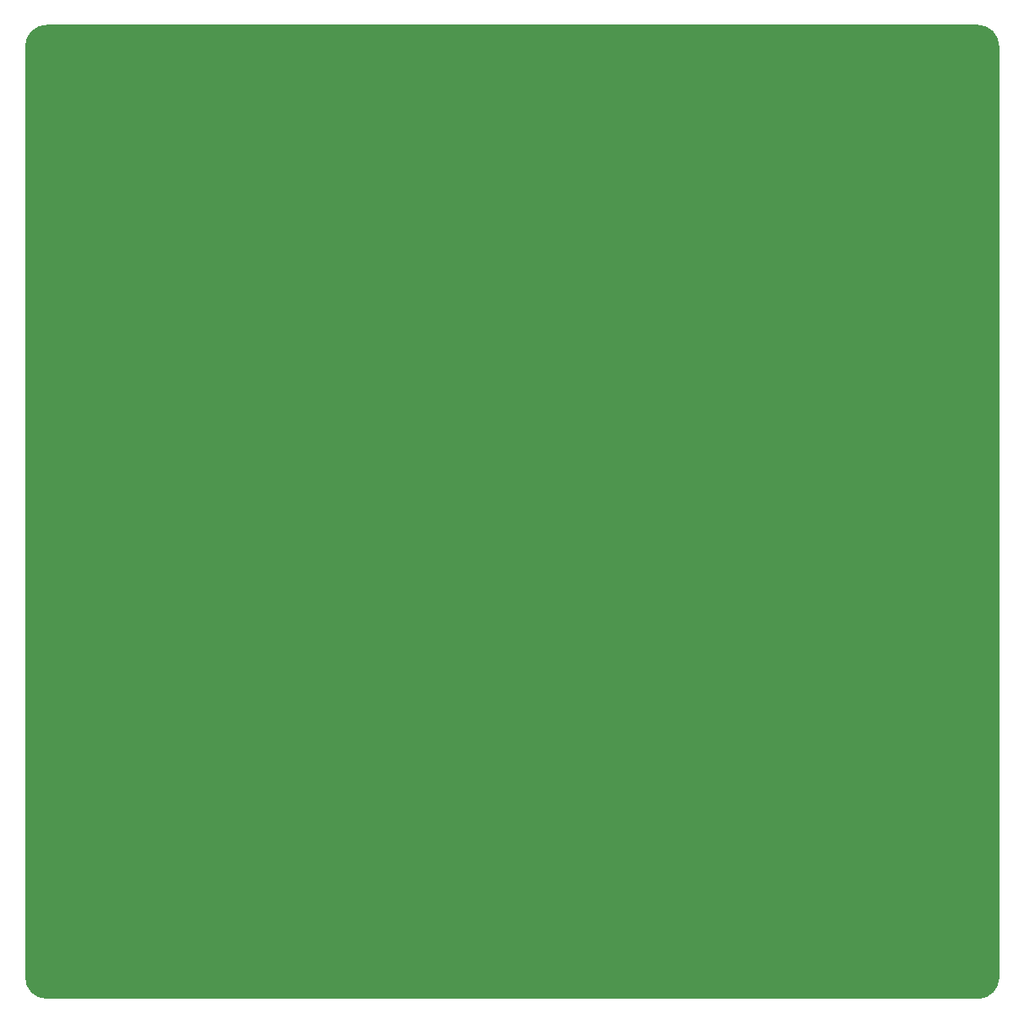
<source format=gbr>
G04 DipTrace 2.4.0.2*
%INBoard.gbr*%
%MOMM*%
%ADD11C,0.14*%
%FSLAX53Y53*%
G04*
G71*
G90*
G75*
G01*
%LNBoardPoly*%
%LPD*%
G36*
X10009Y105576D2*
G54D11*
G02X12231Y107799I2170J53D01*
G01*
X105576D1*
G02X107799Y105576I53J-2170D01*
G01*
Y12072D1*
G02X105735Y10009I-2143J79D01*
G01*
X12231D1*
G02X10009Y12231I-53J2170D01*
G01*
Y105576D1*
G37*
M02*

</source>
